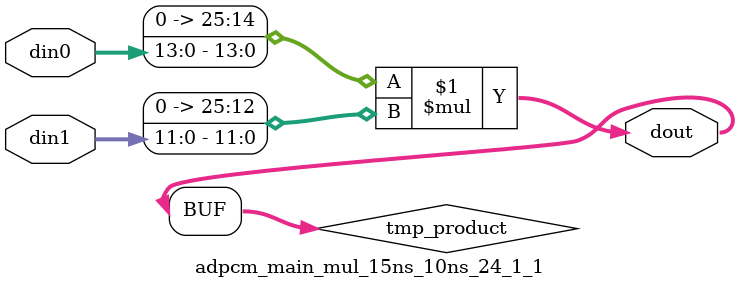
<source format=v>

`timescale 1 ns / 1 ps

  module adpcm_main_mul_15ns_10ns_24_1_1(din0, din1, dout);
parameter ID = 1;
parameter NUM_STAGE = 0;
parameter din0_WIDTH = 14;
parameter din1_WIDTH = 12;
parameter dout_WIDTH = 26;

input [din0_WIDTH - 1 : 0] din0; 
input [din1_WIDTH - 1 : 0] din1; 
output [dout_WIDTH - 1 : 0] dout;

wire signed [dout_WIDTH - 1 : 0] tmp_product;










assign tmp_product = $signed({1'b0, din0}) * $signed({1'b0, din1});











assign dout = tmp_product;







endmodule

</source>
